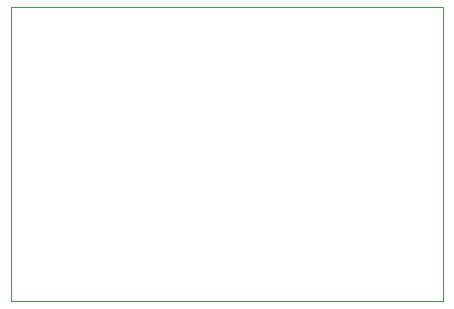
<source format=gbr>
%TF.GenerationSoftware,KiCad,Pcbnew,(6.0.2)*%
%TF.CreationDate,2022-03-09T19:48:55-08:00*%
%TF.ProjectId,IFLFU-test-front,49464c46-552d-4746-9573-742d66726f6e,rev?*%
%TF.SameCoordinates,Original*%
%TF.FileFunction,Profile,NP*%
%FSLAX46Y46*%
G04 Gerber Fmt 4.6, Leading zero omitted, Abs format (unit mm)*
G04 Created by KiCad (PCBNEW (6.0.2)) date 2022-03-09 19:48:55*
%MOMM*%
%LPD*%
G01*
G04 APERTURE LIST*
%TA.AperFunction,Profile*%
%ADD10C,0.050000*%
%TD*%
G04 APERTURE END LIST*
D10*
X19900000Y-20000000D02*
X56500000Y-20000000D01*
X56500000Y-20000000D02*
X56500000Y-44900000D01*
X56500000Y-44900000D02*
X19900000Y-44900000D01*
X19900000Y-44900000D02*
X19900000Y-20000000D01*
M02*

</source>
